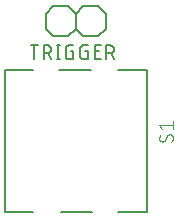
<source format=gbr>
G04 EAGLE Gerber RS-274X export*
G75*
%MOMM*%
%FSLAX34Y34*%
%LPD*%
%INSilkscreen Top*%
%IPPOS*%
%AMOC8*
5,1,8,0,0,1.08239X$1,22.5*%
G01*
%ADD10C,0.127000*%
%ADD11C,0.101600*%
%ADD12C,0.152400*%


D10*
X46680Y49220D02*
X46680Y169220D01*
X166680Y169220D02*
X166680Y49220D01*
X166680Y169220D02*
X142680Y169220D01*
X119680Y169220D02*
X92680Y169220D01*
X93680Y49220D02*
X120680Y49220D01*
X142680Y49220D02*
X166680Y49220D01*
X70680Y169220D02*
X46680Y169220D01*
X46680Y49220D02*
X70680Y49220D01*
D11*
X186353Y115103D02*
X186452Y115101D01*
X186552Y115095D01*
X186651Y115086D01*
X186749Y115073D01*
X186847Y115056D01*
X186945Y115035D01*
X187041Y115010D01*
X187136Y114982D01*
X187230Y114950D01*
X187323Y114915D01*
X187415Y114876D01*
X187505Y114833D01*
X187593Y114788D01*
X187680Y114738D01*
X187764Y114686D01*
X187847Y114630D01*
X187927Y114572D01*
X188005Y114510D01*
X188080Y114445D01*
X188153Y114377D01*
X188223Y114307D01*
X188291Y114234D01*
X188356Y114159D01*
X188418Y114081D01*
X188476Y114001D01*
X188532Y113918D01*
X188584Y113834D01*
X188634Y113747D01*
X188679Y113659D01*
X188722Y113569D01*
X188761Y113477D01*
X188796Y113384D01*
X188828Y113290D01*
X188856Y113195D01*
X188881Y113099D01*
X188902Y113001D01*
X188919Y112903D01*
X188932Y112805D01*
X188941Y112706D01*
X188947Y112606D01*
X188949Y112507D01*
X188947Y112363D01*
X188941Y112218D01*
X188932Y112074D01*
X188919Y111931D01*
X188902Y111787D01*
X188881Y111644D01*
X188856Y111502D01*
X188828Y111361D01*
X188796Y111220D01*
X188760Y111080D01*
X188721Y110941D01*
X188678Y110803D01*
X188631Y110667D01*
X188581Y110531D01*
X188527Y110397D01*
X188470Y110265D01*
X188409Y110134D01*
X188345Y110005D01*
X188277Y109877D01*
X188207Y109751D01*
X188132Y109627D01*
X188055Y109506D01*
X187974Y109386D01*
X187891Y109268D01*
X187804Y109153D01*
X187714Y109040D01*
X187621Y108929D01*
X187526Y108821D01*
X187427Y108715D01*
X187326Y108612D01*
X179861Y108937D02*
X179762Y108939D01*
X179662Y108945D01*
X179563Y108954D01*
X179465Y108967D01*
X179367Y108984D01*
X179269Y109005D01*
X179173Y109030D01*
X179078Y109058D01*
X178984Y109090D01*
X178891Y109125D01*
X178799Y109164D01*
X178709Y109207D01*
X178621Y109252D01*
X178534Y109302D01*
X178450Y109354D01*
X178367Y109410D01*
X178287Y109468D01*
X178209Y109530D01*
X178134Y109595D01*
X178061Y109663D01*
X177991Y109733D01*
X177923Y109806D01*
X177858Y109881D01*
X177796Y109959D01*
X177738Y110039D01*
X177682Y110122D01*
X177630Y110206D01*
X177580Y110293D01*
X177535Y110381D01*
X177492Y110471D01*
X177453Y110563D01*
X177418Y110656D01*
X177386Y110750D01*
X177358Y110845D01*
X177333Y110941D01*
X177312Y111039D01*
X177295Y111137D01*
X177282Y111235D01*
X177273Y111334D01*
X177267Y111434D01*
X177265Y111533D01*
X177267Y111669D01*
X177273Y111805D01*
X177282Y111941D01*
X177295Y112077D01*
X177313Y112212D01*
X177333Y112346D01*
X177358Y112480D01*
X177386Y112614D01*
X177419Y112746D01*
X177454Y112877D01*
X177494Y113008D01*
X177537Y113137D01*
X177583Y113265D01*
X177634Y113391D01*
X177687Y113517D01*
X177745Y113640D01*
X177805Y113762D01*
X177869Y113882D01*
X177937Y114001D01*
X178007Y114117D01*
X178081Y114231D01*
X178158Y114344D01*
X178239Y114454D01*
X182133Y110234D02*
X182080Y110148D01*
X182023Y110064D01*
X181964Y109982D01*
X181901Y109902D01*
X181835Y109825D01*
X181767Y109750D01*
X181695Y109678D01*
X181621Y109609D01*
X181544Y109543D01*
X181465Y109480D01*
X181383Y109420D01*
X181299Y109363D01*
X181213Y109309D01*
X181125Y109259D01*
X181035Y109212D01*
X180944Y109168D01*
X180850Y109129D01*
X180756Y109092D01*
X180660Y109060D01*
X180562Y109031D01*
X180464Y109006D01*
X180365Y108985D01*
X180265Y108967D01*
X180165Y108954D01*
X180064Y108944D01*
X179962Y108938D01*
X179861Y108936D01*
X184081Y113805D02*
X184134Y113891D01*
X184191Y113975D01*
X184250Y114057D01*
X184313Y114137D01*
X184379Y114214D01*
X184447Y114289D01*
X184519Y114361D01*
X184593Y114430D01*
X184670Y114496D01*
X184749Y114559D01*
X184831Y114619D01*
X184915Y114676D01*
X185001Y114730D01*
X185089Y114780D01*
X185179Y114827D01*
X185270Y114871D01*
X185364Y114910D01*
X185458Y114947D01*
X185554Y114979D01*
X185652Y115008D01*
X185750Y115033D01*
X185849Y115054D01*
X185949Y115072D01*
X186049Y115085D01*
X186150Y115095D01*
X186252Y115101D01*
X186353Y115103D01*
X184081Y113805D02*
X182133Y110235D01*
X179861Y119661D02*
X177265Y122906D01*
X188949Y122906D01*
X188949Y119661D02*
X188949Y126152D01*
D12*
X100330Y223520D02*
X87630Y223520D01*
X100330Y223520D02*
X106680Y217170D01*
X106680Y204470D01*
X100330Y198120D01*
X81280Y204470D02*
X81280Y217170D01*
X87630Y223520D01*
X81280Y204470D02*
X87630Y198120D01*
X100330Y198120D01*
X106680Y217170D02*
X113030Y223520D01*
X125730Y223520D01*
X132080Y217170D01*
X132080Y204470D01*
X125730Y198120D01*
X113030Y198120D01*
X106680Y204470D01*
D10*
X71628Y190373D02*
X71628Y178943D01*
X68453Y190373D02*
X74803Y190373D01*
X79585Y190373D02*
X79585Y178943D01*
X79585Y190373D02*
X82760Y190373D01*
X82871Y190371D01*
X82981Y190365D01*
X83092Y190356D01*
X83202Y190342D01*
X83311Y190325D01*
X83420Y190304D01*
X83528Y190279D01*
X83635Y190250D01*
X83741Y190218D01*
X83846Y190182D01*
X83949Y190142D01*
X84051Y190099D01*
X84152Y190052D01*
X84251Y190001D01*
X84348Y189948D01*
X84442Y189891D01*
X84535Y189830D01*
X84626Y189767D01*
X84715Y189700D01*
X84801Y189630D01*
X84884Y189557D01*
X84966Y189482D01*
X85044Y189404D01*
X85119Y189322D01*
X85192Y189239D01*
X85262Y189153D01*
X85329Y189064D01*
X85392Y188973D01*
X85453Y188880D01*
X85510Y188785D01*
X85563Y188689D01*
X85614Y188590D01*
X85661Y188489D01*
X85704Y188387D01*
X85744Y188284D01*
X85780Y188179D01*
X85812Y188073D01*
X85841Y187966D01*
X85866Y187858D01*
X85887Y187749D01*
X85904Y187640D01*
X85918Y187530D01*
X85927Y187419D01*
X85933Y187309D01*
X85935Y187198D01*
X85933Y187087D01*
X85927Y186977D01*
X85918Y186866D01*
X85904Y186756D01*
X85887Y186647D01*
X85866Y186538D01*
X85841Y186430D01*
X85812Y186323D01*
X85780Y186217D01*
X85744Y186112D01*
X85704Y186009D01*
X85661Y185907D01*
X85614Y185806D01*
X85563Y185707D01*
X85510Y185610D01*
X85453Y185516D01*
X85392Y185423D01*
X85329Y185332D01*
X85262Y185243D01*
X85192Y185157D01*
X85119Y185074D01*
X85044Y184992D01*
X84966Y184914D01*
X84884Y184839D01*
X84801Y184766D01*
X84715Y184696D01*
X84626Y184629D01*
X84535Y184566D01*
X84442Y184505D01*
X84347Y184448D01*
X84251Y184395D01*
X84152Y184344D01*
X84051Y184297D01*
X83949Y184254D01*
X83846Y184214D01*
X83741Y184178D01*
X83635Y184146D01*
X83528Y184117D01*
X83420Y184092D01*
X83311Y184071D01*
X83202Y184054D01*
X83092Y184040D01*
X82981Y184031D01*
X82871Y184025D01*
X82760Y184023D01*
X79585Y184023D01*
X83395Y184023D02*
X85935Y178943D01*
X91821Y178943D02*
X91821Y190373D01*
X90551Y178943D02*
X93091Y178943D01*
X93091Y190373D02*
X90551Y190373D01*
X102616Y185293D02*
X104521Y185293D01*
X104521Y178943D01*
X100711Y178943D01*
X100611Y178945D01*
X100512Y178951D01*
X100412Y178961D01*
X100314Y178974D01*
X100215Y178992D01*
X100118Y179013D01*
X100022Y179038D01*
X99926Y179067D01*
X99832Y179100D01*
X99739Y179136D01*
X99648Y179176D01*
X99558Y179220D01*
X99470Y179267D01*
X99384Y179317D01*
X99300Y179371D01*
X99218Y179428D01*
X99139Y179488D01*
X99061Y179552D01*
X98987Y179618D01*
X98915Y179687D01*
X98846Y179759D01*
X98780Y179833D01*
X98716Y179911D01*
X98656Y179990D01*
X98599Y180072D01*
X98545Y180156D01*
X98495Y180242D01*
X98448Y180330D01*
X98404Y180420D01*
X98364Y180511D01*
X98328Y180604D01*
X98295Y180698D01*
X98266Y180794D01*
X98241Y180890D01*
X98220Y180987D01*
X98202Y181086D01*
X98189Y181184D01*
X98179Y181284D01*
X98173Y181383D01*
X98171Y181483D01*
X98171Y187833D01*
X98173Y187933D01*
X98179Y188032D01*
X98189Y188132D01*
X98202Y188230D01*
X98220Y188329D01*
X98241Y188426D01*
X98266Y188522D01*
X98295Y188618D01*
X98328Y188712D01*
X98364Y188805D01*
X98404Y188896D01*
X98448Y188986D01*
X98495Y189074D01*
X98545Y189160D01*
X98599Y189244D01*
X98656Y189326D01*
X98716Y189405D01*
X98780Y189483D01*
X98846Y189557D01*
X98915Y189629D01*
X98987Y189698D01*
X99061Y189764D01*
X99139Y189828D01*
X99218Y189888D01*
X99300Y189945D01*
X99384Y189999D01*
X99470Y190049D01*
X99558Y190096D01*
X99648Y190140D01*
X99739Y190180D01*
X99832Y190216D01*
X99926Y190249D01*
X100022Y190278D01*
X100118Y190303D01*
X100215Y190324D01*
X100314Y190342D01*
X100412Y190355D01*
X100512Y190365D01*
X100611Y190371D01*
X100711Y190373D01*
X104521Y190373D01*
X114808Y185293D02*
X116713Y185293D01*
X116713Y178943D01*
X112903Y178943D01*
X112803Y178945D01*
X112704Y178951D01*
X112604Y178961D01*
X112506Y178974D01*
X112407Y178992D01*
X112310Y179013D01*
X112214Y179038D01*
X112118Y179067D01*
X112024Y179100D01*
X111931Y179136D01*
X111840Y179176D01*
X111750Y179220D01*
X111662Y179267D01*
X111576Y179317D01*
X111492Y179371D01*
X111410Y179428D01*
X111331Y179488D01*
X111253Y179552D01*
X111179Y179618D01*
X111107Y179687D01*
X111038Y179759D01*
X110972Y179833D01*
X110908Y179911D01*
X110848Y179990D01*
X110791Y180072D01*
X110737Y180156D01*
X110687Y180242D01*
X110640Y180330D01*
X110596Y180420D01*
X110556Y180511D01*
X110520Y180604D01*
X110487Y180698D01*
X110458Y180794D01*
X110433Y180890D01*
X110412Y180987D01*
X110394Y181086D01*
X110381Y181184D01*
X110371Y181284D01*
X110365Y181383D01*
X110363Y181483D01*
X110363Y187833D01*
X110365Y187933D01*
X110371Y188032D01*
X110381Y188132D01*
X110394Y188230D01*
X110412Y188329D01*
X110433Y188426D01*
X110458Y188522D01*
X110487Y188618D01*
X110520Y188712D01*
X110556Y188805D01*
X110596Y188896D01*
X110640Y188986D01*
X110687Y189074D01*
X110737Y189160D01*
X110791Y189244D01*
X110848Y189326D01*
X110908Y189405D01*
X110972Y189483D01*
X111038Y189557D01*
X111107Y189629D01*
X111179Y189698D01*
X111253Y189764D01*
X111331Y189828D01*
X111410Y189888D01*
X111492Y189945D01*
X111576Y189999D01*
X111662Y190049D01*
X111750Y190096D01*
X111840Y190140D01*
X111931Y190180D01*
X112024Y190216D01*
X112118Y190249D01*
X112214Y190278D01*
X112310Y190303D01*
X112407Y190324D01*
X112506Y190342D01*
X112604Y190355D01*
X112704Y190365D01*
X112803Y190371D01*
X112903Y190373D01*
X116713Y190373D01*
X122580Y178943D02*
X127660Y178943D01*
X122580Y178943D02*
X122580Y190373D01*
X127660Y190373D01*
X126390Y185293D02*
X122580Y185293D01*
X132544Y190373D02*
X132544Y178943D01*
X132544Y190373D02*
X135719Y190373D01*
X135830Y190371D01*
X135940Y190365D01*
X136051Y190356D01*
X136161Y190342D01*
X136270Y190325D01*
X136379Y190304D01*
X136487Y190279D01*
X136594Y190250D01*
X136700Y190218D01*
X136805Y190182D01*
X136908Y190142D01*
X137010Y190099D01*
X137111Y190052D01*
X137210Y190001D01*
X137307Y189948D01*
X137401Y189891D01*
X137494Y189830D01*
X137585Y189767D01*
X137674Y189700D01*
X137760Y189630D01*
X137843Y189557D01*
X137925Y189482D01*
X138003Y189404D01*
X138078Y189322D01*
X138151Y189239D01*
X138221Y189153D01*
X138288Y189064D01*
X138351Y188973D01*
X138412Y188880D01*
X138469Y188785D01*
X138522Y188689D01*
X138573Y188590D01*
X138620Y188489D01*
X138663Y188387D01*
X138703Y188284D01*
X138739Y188179D01*
X138771Y188073D01*
X138800Y187966D01*
X138825Y187858D01*
X138846Y187749D01*
X138863Y187640D01*
X138877Y187530D01*
X138886Y187419D01*
X138892Y187309D01*
X138894Y187198D01*
X138892Y187087D01*
X138886Y186977D01*
X138877Y186866D01*
X138863Y186756D01*
X138846Y186647D01*
X138825Y186538D01*
X138800Y186430D01*
X138771Y186323D01*
X138739Y186217D01*
X138703Y186112D01*
X138663Y186009D01*
X138620Y185907D01*
X138573Y185806D01*
X138522Y185707D01*
X138469Y185610D01*
X138412Y185516D01*
X138351Y185423D01*
X138288Y185332D01*
X138221Y185243D01*
X138151Y185157D01*
X138078Y185074D01*
X138003Y184992D01*
X137925Y184914D01*
X137843Y184839D01*
X137760Y184766D01*
X137674Y184696D01*
X137585Y184629D01*
X137494Y184566D01*
X137401Y184505D01*
X137306Y184448D01*
X137210Y184395D01*
X137111Y184344D01*
X137010Y184297D01*
X136908Y184254D01*
X136805Y184214D01*
X136700Y184178D01*
X136594Y184146D01*
X136487Y184117D01*
X136379Y184092D01*
X136270Y184071D01*
X136161Y184054D01*
X136051Y184040D01*
X135940Y184031D01*
X135830Y184025D01*
X135719Y184023D01*
X132544Y184023D01*
X136354Y184023D02*
X138894Y178943D01*
M02*

</source>
